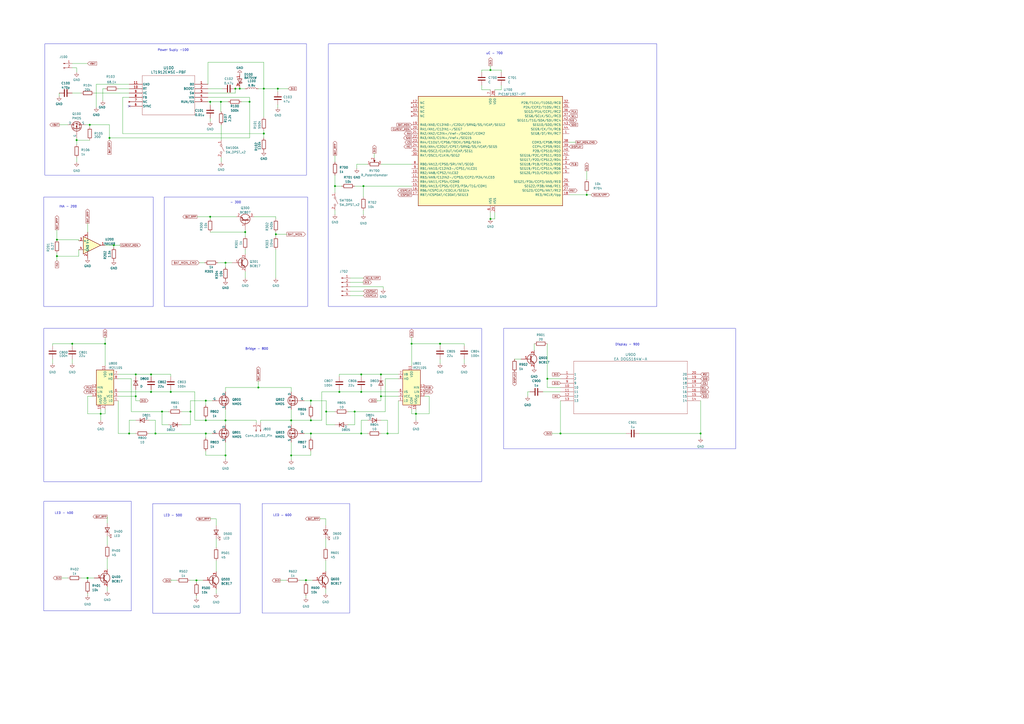
<source format=kicad_sch>
(kicad_sch (version 20230121) (generator eeschema)
  (paper "A2")
  (junction (at 119.38 243.84))
  (junction (at 196.85 227.33))
  (junction (at 130.81 152.4))
  (junction (at 168.91 243.84))
  (junction (at 210.82 107.95))
  (junction (at 58.42 240.03))
  (junction (at 93.98 238.76))
  (junction (at 119.38 232.41))
  (junction (at 66.04 142.24))
  (junction (at 180.34 232.41))
  (junction (at 209.55 217.17))
  (junction (at 284.48 127))
  (junction (at 205.74 238.76))
  (junction (at 128.1371 59.055))
  (junction (at 238.76 199.39))
  (junction (at 149.86 224.79))
  (junction (at 41.91 199.39))
  (junction (at 284.48 40.64))
  (junction (at 224.79 251.46))
  (junction (at 161.1513 51.435))
  (junction (at 220.98 217.17))
  (junction (at 52.07 72.39))
  (junction (at 153.035 77.47))
  (junction (at 241.3 240.03))
  (junction (at 142.24 134.62))
  (junction (at 317.5 219.71))
  (junction (at 78.74 217.17))
  (junction (at 121.92 125.73))
  (junction (at 194.31 107.95))
  (junction (at 325.12 251.46))
  (junction (at 189.23 238.76))
  (junction (at 180.34 251.46))
  (junction (at 110.49 238.76))
  (junction (at 60.96 199.39))
  (junction (at 139.065 51.435))
  (junction (at 78.74 229.87))
  (junction (at 119.38 251.46))
  (junction (at 177.4782 336.55))
  (junction (at 136.525 51.435))
  (junction (at 406.4 251.46))
  (junction (at 113.9562 336.6454))
  (junction (at 168.91 264.16))
  (junction (at 121.92 59.055))
  (junction (at 130.81 243.84))
  (junction (at 153.035 51.435))
  (junction (at 209.55 227.33))
  (junction (at 44.45 81.28))
  (junction (at 180.34 243.84))
  (junction (at 144.7639 59.0391))
  (junction (at 90.17 251.46))
  (junction (at 130.81 264.16))
  (junction (at 50.8 335.28))
  (junction (at 160.02 135.89))
  (junction (at 33.02 139.065))
  (junction (at 340.36 113.03))
  (junction (at 33.02 148.59))
  (junction (at 255.27 199.39))
  (junction (at 63.5 80.01))
  (junction (at 209.55 251.46))
  (junction (at 87.63 217.17))
  (junction (at 74.93 251.46))
  (junction (at 87.63 227.33))
  (junction (at 99.06 227.33))
  (junction (at 220.98 229.87))
  (no_connect (at 74.93 61.595))
  (wire (pts (xy 74.93 251.46) (xy 78.74 251.46)))
  (wire (pts (xy 222.25 166.37) (xy 222.25 167.64)))
  (wire (pts (xy 209.55 217.17) (xy 209.55 218.44)))
  (wire (pts (xy 279.4 40.64) (xy 284.48 40.64)))
  (wire (pts (xy 290.83 40.64) (xy 290.83 41.91)))
  (wire (pts (xy 63.5 80.01) (xy 63.5 81.28)))
  (wire (pts (xy 74.93 56.515) (xy 71.12 56.515)))
  (wire (pts (xy 153.035 36.195) (xy 153.035 51.435)))
  (wire (pts (xy 60.96 195.58) (xy 60.96 199.39)))
  (wire (pts (xy 68.58 227.33) (xy 87.63 227.33)))
  (wire (pts (xy 34.29 72.39) (xy 39.37 72.39)))
  (wire (pts (xy 66.04 142.24) (xy 69.85 142.24)))
  (wire (pts (xy 54.61 53.975) (xy 74.93 53.975)))
  (wire (pts (xy 128.1371 59.055) (xy 128.1371 64.77)))
  (wire (pts (xy 180.34 264.16) (xy 180.34 261.62)))
  (wire (pts (xy 284.48 38.1) (xy 284.48 40.64)))
  (wire (pts (xy 110.49 238.76) (xy 110.49 232.41)))
  (wire (pts (xy 180.34 251.46) (xy 176.53 251.46)))
  (wire (pts (xy 180.34 243.84) (xy 168.91 243.84)))
  (wire (pts (xy 231.14 232.41) (xy 231.14 251.46)))
  (wire (pts (xy 220.98 226.06) (xy 220.98 229.87)))
  (wire (pts (xy 255.27 199.39) (xy 255.27 200.66)))
  (wire (pts (xy 231.14 217.17) (xy 220.98 217.17)))
  (wire (pts (xy 41.91 53.975) (xy 46.99 53.975)))
  (wire (pts (xy 290.83 52.07) (xy 290.83 49.53)))
  (wire (pts (xy 115.57 152.4) (xy 118.745 152.4)))
  (wire (pts (xy 125.3862 304.8954) (xy 125.3862 300.99)))
  (wire (pts (xy 130.81 227.33) (xy 130.81 224.79)))
  (wire (pts (xy 50.8 129.54) (xy 50.8 134.62)))
  (wire (pts (xy 130.81 224.79) (xy 149.86 224.79)))
  (wire (pts (xy 30.48 199.39) (xy 30.48 200.66)))
  (wire (pts (xy 76.2 238.76) (xy 93.98 238.76)))
  (wire (pts (xy 188.9082 312.42) (xy 188.9082 317.5)))
  (wire (pts (xy 255.27 199.39) (xy 269.24 199.39)))
  (wire (pts (xy 68.58 219.71) (xy 76.2 219.71)))
  (wire (pts (xy 205.74 107.95) (xy 210.82 107.95)))
  (wire (pts (xy 231.14 219.71) (xy 223.52 219.71)))
  (wire (pts (xy 284.48 127) (xy 287.02 127)))
  (wire (pts (xy 130.81 243.84) (xy 148.59 243.84)))
  (wire (pts (xy 44.45 81.28) (xy 44.45 83.82)))
  (wire (pts (xy 196.85 217.17) (xy 209.55 217.17)))
  (wire (pts (xy 189.23 246.38) (xy 189.23 238.76)))
  (wire (pts (xy 105.41 246.38) (xy 110.49 246.38)))
  (wire (pts (xy 90.17 251.46) (xy 119.38 251.46)))
  (wire (pts (xy 119.38 251.46) (xy 123.19 251.46)))
  (wire (pts (xy 58.42 237.49) (xy 58.42 240.03)))
  (wire (pts (xy 130.81 243.84) (xy 130.81 246.38)))
  (wire (pts (xy 180.34 232.41) (xy 176.53 232.41)))
  (wire (pts (xy 120.65 56.515) (xy 144.7639 56.515)))
  (wire (pts (xy 363.22 251.46) (xy 325.12 251.46)))
  (wire (pts (xy 63.5 72.39) (xy 63.5 80.01)))
  (wire (pts (xy 279.4 40.64) (xy 279.4 41.91)))
  (wire (pts (xy 161.1937 62.4109) (xy 161.1937 60.755)))
  (wire (pts (xy 139.065 51.435) (xy 142.24 51.435)))
  (wire (pts (xy 136.525 51.435) (xy 136.525 53.975)))
  (wire (pts (xy 62.23 311.15) (xy 62.23 316.23)))
  (wire (pts (xy 46.99 335.28) (xy 50.8 335.28)))
  (wire (pts (xy 224.79 243.84) (xy 224.79 251.46)))
  (wire (pts (xy 60.96 142.24) (xy 66.04 142.24)))
  (wire (pts (xy 50.8 229.87) (xy 50.8 240.03)))
  (wire (pts (xy 99.038 336.6454) (xy 99.038 336.796)))
  (wire (pts (xy 78.74 243.84) (xy 74.93 243.84)))
  (wire (pts (xy 167.2952 51.435) (xy 167.2952 51.4367)))
  (wire (pts (xy 330.2 82.55) (xy 334.01 82.55)))
  (wire (pts (xy 147.32 125.73) (xy 160.02 125.73)))
  (wire (pts (xy 325.12 251.46) (xy 325.12 232.41)))
  (wire (pts (xy 35.56 335.28) (xy 39.37 335.28)))
  (wire (pts (xy 153.035 51.435) (xy 153.035 67.945)))
  (wire (pts (xy 121.92 59.055) (xy 128.1371 59.055)))
  (wire (pts (xy 209.55 251.46) (xy 180.34 251.46)))
  (wire (pts (xy 168.91 243.84) (xy 168.91 246.38)))
  (wire (pts (xy 168.91 237.49) (xy 168.91 243.84)))
  (wire (pts (xy 110.49 238.76) (xy 105.41 238.76)))
  (wire (pts (xy 99.06 218.44) (xy 99.06 217.17)))
  (wire (pts (xy 58.42 240.03) (xy 60.96 240.03)))
  (wire (pts (xy 284.48 40.64) (xy 290.83 40.64)))
  (wire (pts (xy 58.42 240.03) (xy 58.42 243.84)))
  (wire (pts (xy 125.3862 341.7254) (xy 125.3862 344.2654)))
  (wire (pts (xy 314.96 227.33) (xy 325.12 227.33)))
  (wire (pts (xy 119.38 251.46) (xy 119.38 254)))
  (wire (pts (xy 246.38 229.87) (xy 248.92 229.87)))
  (wire (pts (xy 120.65 59.055) (xy 121.92 59.055)))
  (wire (pts (xy 153.035 51.435) (xy 161.1513 51.435)))
  (wire (pts (xy 125.3862 300.99) (xy 121.92 300.99)))
  (wire (pts (xy 60.96 199.39) (xy 60.96 212.09)))
  (wire (pts (xy 238.76 199.39) (xy 255.27 199.39)))
  (wire (pts (xy 209.55 217.17) (xy 220.98 217.17)))
  (wire (pts (xy 76.2 219.71) (xy 76.2 238.76)))
  (wire (pts (xy 74.93 251.46) (xy 68.58 251.46)))
  (wire (pts (xy 113.03 243.84) (xy 119.38 243.84)))
  (wire (pts (xy 209.55 227.33) (xy 231.14 227.33)))
  (wire (pts (xy 33.02 139.065) (xy 45.72 139.065)))
  (wire (pts (xy 130.81 264.16) (xy 130.81 256.54)))
  (wire (pts (xy 121.92 125.73) (xy 121.92 127)))
  (wire (pts (xy 99.06 227.33) (xy 113.03 227.33)))
  (wire (pts (xy 110.1462 336.6454) (xy 113.9562 336.6454)))
  (wire (pts (xy 110.49 232.41) (xy 119.38 232.41)))
  (wire (pts (xy 54.61 335.28) (xy 50.8 335.28)))
  (wire (pts (xy 189.23 238.76) (xy 194.31 238.76)))
  (wire (pts (xy 113.9562 345.5354) (xy 113.9562 346.8054)))
  (wire (pts (xy 177.4782 345.44) (xy 177.4782 346.71)))
  (wire (pts (xy 45.72 148.59) (xy 45.72 144.78)))
  (wire (pts (xy 269.24 199.39) (xy 269.24 200.66)))
  (wire (pts (xy 194.31 246.38) (xy 189.23 246.38)))
  (wire (pts (xy 287.02 52.07) (xy 290.83 52.07)))
  (wire (pts (xy 203.2 171.45) (xy 210.82 171.45)))
  (wire (pts (xy 203.2 168.91) (xy 210.82 168.91)))
  (wire (pts (xy 173.6682 336.55) (xy 177.4782 336.55)))
  (wire (pts (xy 279.4 52.07) (xy 279.4 49.53)))
  (wire (pts (xy 78.74 232.41) (xy 81.28 232.41)))
  (wire (pts (xy 153.035 77.47) (xy 153.035 80.01)))
  (wire (pts (xy 128.1371 64.77) (xy 128.27 64.77)))
  (wire (pts (xy 309.88 199.39) (xy 309.88 203.2)))
  (wire (pts (xy 78.74 229.87) (xy 78.74 232.41)))
  (wire (pts (xy 41.91 36.83) (xy 50.8 36.83)))
  (wire (pts (xy 160.02 135.89) (xy 160.02 137.16)))
  (wire (pts (xy 136.525 51.435) (xy 139.065 51.435)))
  (wire (pts (xy 52.07 72.39) (xy 63.5 72.39)))
  (wire (pts (xy 128.27 72.39) (xy 128.27 81.28)))
  (wire (pts (xy 119.38 264.16) (xy 130.81 264.16)))
  (wire (pts (xy 44.45 91.44) (xy 44.45 93.98)))
  (wire (pts (xy 287.02 123.19) (xy 287.02 127)))
  (wire (pts (xy 120.65 36.195) (xy 153.035 36.195)))
  (wire (pts (xy 168.91 264.16) (xy 168.91 266.7)))
  (wire (pts (xy 307.34 227.33) (xy 306.07 227.33)))
  (wire (pts (xy 241.3 240.03) (xy 241.3 243.84)))
  (wire (pts (xy 284.48 123.19) (xy 284.48 127)))
  (wire (pts (xy 120.65 48.895) (xy 120.65 36.195)))
  (wire (pts (xy 62.23 323.85) (xy 62.23 330.2)))
  (wire (pts (xy 196.85 218.44) (xy 196.85 217.17)))
  (wire (pts (xy 52.07 72.39) (xy 52.07 73.66)))
  (wire (pts (xy 340.36 99.06) (xy 340.36 104.14)))
  (wire (pts (xy 52.07 81.28) (xy 44.45 81.28)))
  (wire (pts (xy 142.24 157.48) (xy 142.24 161.29)))
  (wire (pts (xy 161.1513 51.435) (xy 167.2952 51.435)))
  (wire (pts (xy 87.63 217.17) (xy 87.63 218.44)))
  (wire (pts (xy 68.58 217.17) (xy 78.74 217.17)))
  (wire (pts (xy 44.45 80.01) (xy 44.45 81.28)))
  (wire (pts (xy 33.02 148.59) (xy 45.72 148.59)))
  (wire (pts (xy 125.3862 325.2154) (xy 125.3862 331.5654)))
  (wire (pts (xy 30.48 208.28) (xy 30.48 210.82)))
  (wire (pts (xy 209.55 243.84) (xy 209.55 251.46)))
  (wire (pts (xy 201.93 246.38) (xy 205.74 246.38)))
  (wire (pts (xy 149.86 224.79) (xy 168.91 224.79)))
  (wire (pts (xy 238.76 240.03) (xy 241.3 240.03)))
  (wire (pts (xy 144.78 59.0391) (xy 144.78 80.01)))
  (wire (pts (xy 71.12 56.515) (xy 71.12 77.47)))
  (wire (pts (xy 317.5 219.71) (xy 325.12 219.71)))
  (wire (pts (xy 149.86 220.98) (xy 149.86 224.79)))
  (wire (pts (xy 99.06 217.17) (xy 87.63 217.17)))
  (wire (pts (xy 121.92 68.58) (xy 121.92 70.485)))
  (wire (pts (xy 238.76 195.58) (xy 238.76 199.39)))
  (wire (pts (xy 186.69 243.84) (xy 180.34 243.84)))
  (wire (pts (xy 168.91 264.16) (xy 168.91 256.54)))
  (wire (pts (xy 59.69 58.42) (xy 59.69 51.435)))
  (wire (pts (xy 125.3862 312.5154) (xy 125.3862 317.5954)))
  (wire (pts (xy 97.79 246.38) (xy 93.98 246.38)))
  (wire (pts (xy 189.23 238.76) (xy 189.23 232.41)))
  (wire (pts (xy 248.92 229.87) (xy 248.92 240.03)))
  (wire (pts (xy 269.24 208.28) (xy 269.24 210.82)))
  (wire (pts (xy 180.34 251.46) (xy 180.34 254)))
  (wire (pts (xy 220.98 95.25) (xy 238.76 95.25)))
  (wire (pts (xy 60.96 199.39) (xy 41.91 199.39)))
  (wire (pts (xy 110.49 246.38) (xy 110.49 238.76)))
  (wire (pts (xy 90.17 243.84) (xy 90.17 251.46)))
  (wire (pts (xy 406.4 251.46) (xy 406.4 232.41)))
  (wire (pts (xy 93.98 246.38) (xy 93.98 238.76)))
  (wire (pts (xy 78.74 217.17) (xy 78.74 218.44)))
  (wire (pts (xy 119.38 232.41) (xy 123.19 232.41)))
  (wire (pts (xy 213.36 95.25) (xy 207.01 95.25)))
  (wire (pts (xy 209.55 226.06) (xy 209.55 227.33)))
  (wire (pts (xy 241.3 240.03) (xy 248.92 240.03)))
  (wire (pts (xy 189.23 232.41) (xy 180.34 232.41)))
  (wire (pts (xy 33.02 146.685) (xy 33.02 148.59)))
  (wire (pts (xy 93.98 238.76) (xy 97.79 238.76)))
  (wire (pts (xy 203.2 161.29) (xy 210.82 161.29)))
  (wire (pts (xy 210.82 121.92) (xy 210.82 124.46)))
  (wire (pts (xy 117.7662 336.6454) (xy 113.9562 336.6454)))
  (wire (pts (xy 317.5 199.39) (xy 317.5 219.71)))
  (wire (pts (xy 44.45 39.37) (xy 44.45 41.91)))
  (wire (pts (xy 320.04 251.46) (xy 325.12 251.46)))
  (wire (pts (xy 220.98 243.84) (xy 224.79 243.84)))
  (wire (pts (xy 63.5 80.01) (xy 144.78 80.01)))
  (wire (pts (xy 30.48 199.39) (xy 41.91 199.39)))
  (wire (pts (xy 139.9896 59.0391) (xy 139.9896 59.0345)))
  (wire (pts (xy 223.52 219.71) (xy 223.52 238.76)))
  (wire (pts (xy 161.1513 51.435) (xy 161.1513 53.135)))
  (wire (pts (xy 121.92 134.62) (xy 142.24 134.62)))
  (wire (pts (xy 151.13 245.11) (xy 151.13 243.84)))
  (wire (pts (xy 162.56 336.55) (xy 162.56 336.7006)))
  (wire (pts (xy 128.1371 59.055) (xy 132.3696 59.055)))
  (wire (pts (xy 126.365 152.4) (xy 130.81 152.4)))
  (wire (pts (xy 60.96 240.03) (xy 60.96 237.49)))
  (wire (pts (xy 168.91 224.79) (xy 168.91 227.33)))
  (wire (pts (xy 34.29 55.88) (xy 34.29 53.975)))
  (wire (pts (xy 74.93 243.84) (xy 74.93 251.46)))
  (wire (pts (xy 153.035 51.435) (xy 149.86 51.435)))
  (wire (pts (xy 210.82 107.95) (xy 210.82 114.3)))
  (wire (pts (xy 238.76 199.39) (xy 238.76 212.09)))
  (wire (pts (xy 224.79 251.46) (xy 231.14 251.46)))
  (wire (pts (xy 223.52 238.76) (xy 205.74 238.76)))
  (wire (pts (xy 217.17 88.9) (xy 217.17 91.44)))
  (wire (pts (xy 186.69 227.33) (xy 186.69 243.84)))
  (wire (pts (xy 99.06 226.06) (xy 99.06 227.33)))
  (wire (pts (xy 68.58 229.87) (xy 78.74 229.87)))
  (wire (pts (xy 330.2 113.03) (xy 340.36 113.03)))
  (wire (pts (xy 78.74 217.17) (xy 87.63 217.17)))
  (wire (pts (xy 139.065 51.435) (xy 139.065 50.8)))
  (wire (pts (xy 210.82 107.95) (xy 238.76 107.95)))
  (wire (pts (xy 207.01 95.25) (xy 207.01 97.79)))
  (wire (pts (xy 102.5262 336.6454) (xy 99.038 336.6454)))
  (wire (pts (xy 62.23 303.53) (xy 62.23 299.72)))
  (wire (pts (xy 142.24 144.78) (xy 142.24 147.32)))
  (wire (pts (xy 66.04 142.24) (xy 66.04 143.51)))
  (wire (pts (xy 33.02 148.59) (xy 33.02 151.13)))
  (wire (pts (xy 205.74 238.76) (xy 201.93 238.76)))
  (wire (pts (xy 209.55 251.46) (xy 213.36 251.46)))
  (wire (pts (xy 340.36 111.76) (xy 340.36 113.03)))
  (wire (pts (xy 142.24 133.35) (xy 142.24 134.62)))
  (wire (pts (xy 196.85 226.06) (xy 196.85 227.33)))
  (wire (pts (xy 55.88 62.23) (xy 55.88 48.895)))
  (wire (pts (xy 231.14 229.87) (xy 220.98 229.87)))
  (wire (pts (xy 41.91 199.39) (xy 41.91 200.66)))
  (wire (pts (xy 188.9082 300.8946) (xy 185.442 300.8946)))
  (wire (pts (xy 119.38 232.41) (xy 119.38 234.95)))
  (wire (pts (xy 194.31 107.95) (xy 194.31 111.76)))
  (wire (pts (xy 86.36 243.84) (xy 90.17 243.84)))
  (wire (pts (xy 50.8 240.03) (xy 58.42 240.03)))
  (wire (pts (xy 130.81 152.4) (xy 134.62 152.4)))
  (wire (pts (xy 53.34 229.87) (xy 50.8 229.87)))
  (wire (pts (xy 33.02 133.35) (xy 33.02 139.065)))
  (wire (pts (xy 370.84 251.46) (xy 406.4 251.46)))
  (wire (pts (xy 203.2 163.83) (xy 210.82 163.83)))
  (wire (pts (xy 120.65 51.435) (xy 128.905 51.435)))
  (wire (pts (xy 120.65 53.975) (xy 136.525 53.975)))
  (wire (pts (xy 220.98 229.87) (xy 220.98 232.41)))
  (wire (pts (xy 113.9562 336.6454) (xy 113.9562 337.9154)))
  (wire (pts (xy 142.24 134.62) (xy 142.24 137.16)))
  (wire (pts (xy 194.31 90.17) (xy 194.31 93.98)))
  (wire (pts (xy 180.34 243.84) (xy 180.34 242.57)))
  (wire (pts (xy 151.13 243.84) (xy 168.91 243.84)))
  (wire (pts (xy 113.03 227.33) (xy 113.03 243.84)))
  (wire (pts (xy 132.3696 59.055) (xy 132.3696 59.0345)))
  (wire (pts (xy 121.92 59.055) (xy 121.92 60.96)))
  (wire (pts (xy 241.3 237.49) (xy 241.3 240.03)))
  (wire (pts (xy 220.98 232.41) (xy 218.44 232.41)))
  (wire (pts (xy 188.9082 325.12) (xy 188.9082 331.47)))
  (wire (pts (xy 59.69 51.435) (xy 60.96 51.435)))
  (wire (pts (xy 406.4 251.46) (xy 406.4 254)))
  (wire (pts (xy 298.45 208.28) (xy 302.26 208.28)))
  (wire (pts (xy 50.8 344.17) (xy 50.8 345.44)))
  (wire (pts (xy 306.07 227.33) (xy 306.07 229.87)))
  (wire (pts (xy 153.035 75.565) (xy 153.035 77.47)))
  (wire (pts (xy 325.12 224.79) (xy 317.5 224.79)))
  (wire (pts (xy 284.48 52.07) (xy 279.4 52.07)))
  (wire (pts (xy 220.98 217.17) (xy 220.98 218.44)))
  (wire (pts (xy 130.81 152.4) (xy 130.81 154.94)))
  (wire (pts (xy 144.78 59.0391) (xy 144.7639 59.0391)))
  (wire (pts (xy 160.02 135.89) (xy 166.37 135.89)))
  (wire (pts (xy 160.02 125.73) (xy 160.02 127)))
  (wire (pts (xy 317.5 224.79) (xy 317.5 219.71)))
  (wire (pts (xy 78.74 226.06) (xy 78.74 229.87)))
  (wire (pts (xy 188.9082 304.8) (xy 188.9082 300.8946)))
  (wire (pts (xy 180.34 232.41) (xy 180.34 234.95)))
  (wire (pts (xy 130.81 237.49) (xy 130.81 243.84)))
  (wire (pts (xy 119.38 264.16) (xy 119.38 261.62)))
  (wire (pts (xy 181.2882 336.55) (xy 177.4782 336.55)))
  (wire (pts (xy 50.8 335.28) (xy 50.8 336.55)))
  (wire (pts (xy 213.36 243.84) (xy 209.55 243.84)))
  (wire (pts (xy 114.3 125.73) (xy 121.92 125.73)))
  (wire (pts (xy 340.36 113.03) (xy 342.9 113.03)))
  (wire (pts (xy 224.79 251.46) (xy 220.98 251.46)))
  (wire (pts (xy 41.91 208.28) (xy 41.91 210.82)))
  (wire (pts (xy 90.17 251.46) (xy 86.36 251.46)))
  (wire (pts (xy 130.81 264.16) (xy 130.81 266.7)))
  (wire (pts (xy 194.31 121.92) (xy 194.31 124.46)))
  (wire (pts (xy 55.88 48.895) (xy 74.93 48.895)))
  (wire (pts (xy 203.2 166.37) (xy 222.25 166.37)))
  (wire (pts (xy 196.85 227.33) (xy 186.69 227.33)))
  (wire (pts (xy 148.59 245.11) (xy 148.59 243.84)))
  (wire (pts (xy 99.06 227.33) (xy 87.63 227.33)))
  (wire (pts (xy 194.31 107.95) (xy 194.31 101.6)))
  (wire (pts (xy 188.9082 341.63) (xy 188.9082 344.17)))
  (wire (pts (xy 87.63 226.06) (xy 87.63 227.33)))
  (wire (pts (xy 160.02 134.62) (xy 160.02 135.89)))
  (wire (pts (xy 238.76 240.03) (xy 238.76 237.49)))
  (wire (pts (xy 71.12 77.47) (xy 153.035 77.47)))
  (wire (pts (xy 45.72 139.065) (xy 45.72 139.7)))
  (wire (pts (xy 119.38 243.84) (xy 130.81 243.84)))
  (wire (pts (xy 196.85 227.33) (xy 209.55 227.33)))
  (wire (pts (xy 68.58 51.435) (xy 74.93 51.435)))
  (wire (pts (xy 49.53 72.39) (xy 52.07 72.39)))
  (wire (pts (xy 166.0482 336.55) (xy 162.56 336.55)))
  (wire (pts (xy 137.16 125.73) (xy 121.92 125.73)))
  (wire (pts (xy 255.27 208.28) (xy 255.27 210.82)))
  (wire (pts (xy 177.4782 336.55) (xy 177.4782 337.82)))
  (wire (pts (xy 205.74 246.38) (xy 205.74 238.76)))
  (wire (pts (xy 68.58 232.41) (xy 68.58 251.46)))
  (wire (pts (xy 144.7639 56.515) (xy 144.7639 59.0391)))
  (wire (pts (xy 62.23 340.36) (xy 62.23 342.9)))
  (wire (pts (xy 160.02 161.29) (xy 160.02 144.78)))
  (wire (pts (xy 161.1937 60.755) (xy 161.1513 60.755)))
  (wire (pts (xy 144.7639 59.0391) (xy 139.9896 59.0391)))
  (wire (pts (xy 198.12 107.95) (xy 194.31 107.95)))
  (wire (pts (xy 119.38 243.84) (xy 119.38 242.57)))
  (wire (pts (xy 180.34 264.16) (xy 168.91 264.16)))
  (wire (pts (xy 41.91 39.37) (xy 44.45 39.37)))
  (wire (pts (xy 128.27 91.44) (xy 128.27 93.98)))
  (rectangle (start 88.5562 292.1954) (end 139.3562 355.6954))
  (rectangle (start 152.0782 292.1) (end 202.8782 355.6))
  (rectangle (start 292.1 190.5) (end 426.72 260.35))
  (rectangle (start 25.4 190.5) (end 279.4 279.4))
  (rectangle (start 25.4 290.83) (end 76.2 354.33))
  (rectangle (start 190.5 25.4) (end 381 177.8))
  (rectangle (start 25.4 114.3) (end 88.9 177.8))
  (rectangle (start 26.035 25.4) (end 177.8 101.6))
  (rectangle (start 95.25 114.3) (end 178.435 177.8))
  (text "Bridge - 800" (at 142.24 203.2 0) (effects (font (size 1.27 1.27)) (justify left bottom)))
  (text "LED - 600\n" (at 158.4282 299.72 0) (effects (font (size 1.27 1.27)) (justify left bottom)))
  (text " - 300\n" (at 132.5347 118.2316 0) (effects (font (size 1.27 1.27)) (justify left bottom)))
  (text "Power Suply -100" (at 91.44 29.845 0) (effects (font (size 1.27 1.27)) (justify left bottom)))
  (text "INA - 200\n" (at 34.29 120.65 0) (effects (font (size 1.27 1.27)) (justify left bottom)))
  (text "Display - 900\n" (at 356.87 200.66 0) (effects (font (size 1.27 1.27)) (justify left bottom)))
  (text "LED - 400\n" (at 31.75 298.45 0) (effects (font (size 1.27 1.27)) (justify left bottom)))
  (text "uC - 700" (at 281.94 31.75 0) (effects (font (size 1.27 1.27)) (justify left bottom)))
  (text "LED - 500\n" (at 94.9062 299.8154 0) (effects (font (size 1.27 1.27)) (justify left bottom)))
  (global_label "SID" (shape input) (at 406.4 229.87 0) (effects (font (size 1 1))) (property "Intersheetrefs" "${INTERSHEET_REFS}" (effects hide)))
  (global_label "3V3" (shape output) (at 284.48 38.1 90) (effects (font (size 1 1))) (property "Intersheetrefs" "${INTERSHEET_REFS}" (effects hide)))
  (global_label "DISPLAY" (shape input) (at 330.2 85.09 0) (effects (font (size 1 1))) (property "Intersheetrefs" "${INTERSHEET_REFS}" (effects hide)))
  (global_label "BAT_RPP" (shape output) (at 121.92 300.99 180) (effects (font (size 1 1))) (property "Intersheetrefs" "${INTERSHEET_REFS}" (effects hide)))
  (global_label "BAT_RPP" (shape output) (at 194.31 90.17 90) (effects (font (size 1 1))) (property "Intersheetrefs" "${INTERSHEET_REFS}" (effects hide)))
  (global_label "DISPLAY" (shape output) (at 298.45 215.9 270) (effects (font (size 1 1))) (property "Intersheetrefs" "${INTERSHEET_REFS}" (effects hide)))
  (global_label "3V3" (shape output) (at 218.44 232.41 180) (effects (font (size 1 1))) (property "Intersheetrefs" "${INTERSHEET_REFS}" (effects hide)))
  (global_label "MCLR{slash}VPP" (shape input) (at 210.82 161.29 0) (effects (font (size 1 1))) (property "Intersheetrefs" "${INTERSHEET_REFS}" (effects hide)))
  (global_label "3V3" (shape input) (at 167.2952 51.4367 0) (effects (font (size 1 1))) (property "Intersheetrefs" "${INTERSHEET_REFS}" (effects hide)))
  (global_label "IM1" (shape output) (at 238.76 85.09 180) (effects (font (size 1 1))) (property "Intersheetrefs" "${INTERSHEET_REFS}" (effects hide)))
  (global_label "BAT_RPP" (shape output) (at 62.23 299.72 180) (effects (font (size 1 1))) (property "Intersheetrefs" "${INTERSHEET_REFS}" (effects hide)))
  (global_label "SCL" (shape input) (at 330.2 67.31 0) (effects (font (size 1 1))) (property "Intersheetrefs" "${INTERSHEET_REFS}" (effects hide)))
  (global_label "3V3" (shape input) (at 325.12 222.25 180) (effects (font (size 1 1))) (property "Intersheetrefs" "${INTERSHEET_REFS}" (effects hide)))
  (global_label "3V3" (shape output) (at 162.56 336.7006 180) (effects (font (size 1 1))) (property "Intersheetrefs" "${INTERSHEET_REFS}" (effects hide)))
  (global_label "CS" (shape output) (at 238.76 82.55 180) (effects (font (size 1 1))) (property "Intersheetrefs" "${INTERSHEET_REFS}" (effects hide)))
  (global_label "RST" (shape input) (at 406.4 217.17 0) (effects (font (size 1 1))) (property "Intersheetrefs" "${INTERSHEET_REFS}" (effects hide)))
  (global_label "3V3" (shape output) (at 60.96 195.58 90) (effects (font (size 1 1))) (property "Intersheetrefs" "${INTERSHEET_REFS}" (effects hide)))
  (global_label "VBAT" (shape output) (at 34.29 72.39 180) (effects (font (size 1 1))) (property "Intersheetrefs" "${INTERSHEET_REFS}" (effects hide)))
  (global_label "BAT_RPP" (shape output) (at 50.8 129.54 90) (effects (font (size 1 1))) (property "Intersheetrefs" "${INTERSHEET_REFS}" (effects hide)))
  (global_label "BAT_RPP" (shape output) (at 185.442 300.8946 180) (effects (font (size 1 1))) (property "Intersheetrefs" "${INTERSHEET_REFS}" (effects hide)))
  (global_label "BAT_MON" (shape output) (at 166.37 135.89 0) (property "Intersheetrefs" "${INTERSHEET_REFS}" (effects hide)))
  (global_label "3V3" (shape output) (at 238.76 195.58 90) (effects (font (size 1 1))) (property "Intersheetrefs" "${INTERSHEET_REFS}" (effects hide)))
  (global_label "BAT_RPP" (shape output) (at 33.02 133.35 90) (effects (font (size 1 1))) (property "Intersheetrefs" "${INTERSHEET_REFS}" (effects hide)))
  (global_label "3V3" (shape output) (at 81.28 232.41 0) (effects (font (size 1 1))) (property "Intersheetrefs" "${INTERSHEET_REFS}" (effects hide)))
  (global_label "CS" (shape input) (at 406.4 222.25 0) (effects (font (size 1 1))) (property "Intersheetrefs" "${INTERSHEET_REFS}" (effects hide)))
  (global_label "IM1" (shape input) (at 325.12 229.87 180) (effects (font (size 1 1))) (property "Intersheetrefs" "${INTERSHEET_REFS}" (effects hide)))
  (global_label "SCL" (shape output) (at 406.4 224.79 0) (effects (font (size 1 1))) (property "Intersheetrefs" "${INTERSHEET_REFS}" (effects hide)))
  (global_label "INA" (shape input) (at 33.02 151.13 270) (effects (font (size 1 1))) (property "Intersheetrefs" "${INTERSHEET_REFS}" (effects hide)))
  (global_label "P1A" (shape output) (at 53.34 224.79 180) (effects (font (size 1 1))) (property "Intersheetrefs" "${INTERSHEET_REFS}" (effects hide)))
  (global_label "3V3" (shape output) (at 210.82 163.83 0) (effects (font (size 1 1))) (property "Intersheetrefs" "${INTERSHEET_REFS}" (effects hide)))
  (global_label "ICSPDAT" (shape input) (at 210.82 168.91 0) (effects (font (size 1 1))) (property "Intersheetrefs" "${INTERSHEET_REFS}" (effects hide)))
  (global_label "P1B" (shape output) (at 246.38 224.79 0) (effects (font (size 1 1))) (property "Intersheetrefs" "${INTERSHEET_REFS}" (effects hide)))
  (global_label "3V3" (shape output) (at 99.038 336.796 180) (effects (font (size 1 1))) (property "Intersheetrefs" "${INTERSHEET_REFS}" (effects hide)))
  (global_label "MCLR{slash}VPP" (shape bidirectional) (at 342.9 113.03 0) (effects (font (size 1 1))) (property "Intersheetrefs" "${INTERSHEET_REFS}" (effects hide)))
  (global_label "ICSPCLK" (shape input) (at 210.82 171.45 0) (effects (font (size 1 1))) (property "Intersheetrefs" "${INTERSHEET_REFS}" (effects hide)))
  (global_label "3V3" (shape output) (at 320.04 251.46 180) (effects (font (size 1 1))) (property "Intersheetrefs" "${INTERSHEET_REFS}" (effects hide)))
  (global_label "BAT_RPP" (shape output) (at 114.3 125.73 180) (effects (font (size 1 1))) (property "Intersheetrefs" "${INTERSHEET_REFS}" (effects hide)))
  (global_label "P1B" (shape input) (at 330.2 95.25 0) (effects (font (size 1 1))) (property "Intersheetrefs" "${INTERSHEET_REFS}" (effects hide)))
  (global_label "SDO" (shape output) (at 406.4 227.33 0) (effects (font (size 1 1))) (property "Intersheetrefs" "${INTERSHEET_REFS}" (effects hide)))
  (global_label "3V3" (shape output) (at 217.17 88.9 90) (effects (font (size 1 1))) (property "Intersheetrefs" "${INTERSHEET_REFS}" (effects hide)))
  (global_label "ICSPDAT" (shape output) (at 238.76 113.03 180) (effects (font (size 1 1))) (property "Intersheetrefs" "${INTERSHEET_REFS}" (effects hide)))
  (global_label "3V3" (shape output) (at 35.56 335.28 180) (effects (font (size 1 1))) (property "Intersheetrefs" "${INTERSHEET_REFS}" (effects hide)))
  (global_label "INA" (shape output) (at 238.76 77.47 180) (effects (font (size 1 1))) (property "Intersheetrefs" "${INTERSHEET_REFS}" (effects hide)))
  (global_label "3V3" (shape input) (at 325.12 217.17 180) (effects (font (size 1 1))) (property "Intersheetrefs" "${INTERSHEET_REFS}" (effects hide)))
  (global_label "3V3" (shape output) (at 340.36 99.06 90) (effects (font (size 1 1))) (property "Intersheetrefs" "${INTERSHEET_REFS}" (effects hide)))
  (global_label "CURENT_MON" (shape output) (at 69.85 142.24 0) (effects (font (size 1 1))) (property "Intersheetrefs" "${INTERSHEET_REFS}" (effects hide)))
  (global_label "BAT_RPP" (shape input) (at 63.5 81.28 270) (effects (font (size 1 1))) (property "Intersheetrefs" "${INTERSHEET_REFS}" (effects hide)))
  (global_label "P1A" (shape output) (at 246.38 227.33 0) (effects (font (size 1 1))) (property "Intersheetrefs" "${INTERSHEET_REFS}" (effects hide)))
  (global_label "BAT_MON_CMD" (shape output) (at 334.01 82.55 0) (effects (font (size 1 1))) (property "Intersheetrefs" "${INTERSHEET_REFS}" (effects hide)))
  (global_label "SDO" (shape input) (at 330.2 72.39 0) (effects (font (size 1 1))) (property "Intersheetrefs" "${INTERSHEET_REFS}" (effects hide)))
  (global_label "RST" (shape output) (at 330.2 110.49 0) (effects (font (size 1 1))) (property "Intersheetrefs" "${INTERSHEET_REFS}" (effects hide)))
  (global_label "ICSPCLK" (shape output) (at 238.76 110.49 180) (effects (font (size 1 1))) (property "Intersheetrefs" "${INTERSHEET_REFS}" (effects hide)))
  (global_label "SA0" (shape output) (at 238.76 80.01 180) (effects (font (size 1 1))) (property "Intersheetrefs" "${INTERSHEET_REFS}" (effects hide)))
  (global_label "P1A" (shape input) (at 330.2 64.77 0) (effects (font (size 1 1))) (property "Intersheetrefs" "${INTERSHEET_REFS}" (effects hide)))
  (global_label "BAT_RPP" (shape output) (at 149.86 220.98 90) (effects (font (size 1 1))) (property "Intersheetrefs" "${INTERSHEET_REFS}" (effects hide)))
  (global_label "BAT_MON_CMD" (shape input) (at 115.57 152.4 180) (property "Intersheetrefs" "${INTERSHEET_REFS}" (effects hide)))
  (global_label "SID" (shape output) (at 330.2 69.85 0) (effects (font (size 1 1))) (property "Intersheetrefs" "${INTERSHEET_REFS}" (effects hide)))
  (global_label "CURENT_MON" (shape input) (at 238.76 74.93 180) (effects (font (size 1 1))) (property "Intersheetrefs" "${INTERSHEET_REFS}" (effects hide)))
  (global_label "VBAT" (shape input) (at 50.8 36.83 0) (effects (font (size 1 1))) (property "Intersheetrefs" "${INTERSHEET_REFS}" (effects hide)))
  (global_label "SA0" (shape input) (at 406.4 219.71 0) (effects (font (size 1 1))) (property "Intersheetrefs" "${INTERSHEET_REFS}" (effects hide)))
  (global_label "BAT_MON" (shape input) (at 238.76 72.39 180) (effects (font (size 1 1))) (property "Intersheetrefs" "${INTERSHEET_REFS}" (effects hide)))
  (global_label "P1B" (shape output) (at 53.34 227.33 180) (effects (font (size 1 1))) (property "Intersheetrefs" "${INTERSHEET_REFS}" (effects hide)))
  (symbol (lib_id "Device:R") (at 119.38 257.81 180) (unit 1)
    (property "Reference" "R803" (at 121.92 256.54 0) (effects (justify right)))
    (property "Value" "1k" (at 121.92 259.08 0) (effects (justify right)))
    (property "Footprint" "Resistor_SMD:R_0805_2012Metric" (effects hide))
  )
  (symbol (lib_id "power:GND") (at 194.31 124.46 0) (mirror y) (unit 1)
    (property "Reference" "#PWR016" (effects hide))
    (property "Value" "GND" (at 194.31 128.905 0))
  )
  (symbol (lib_id "Device:R") (at 177.4782 341.63 0) (unit 1)
    (property "Reference" "R600" (at 180.34 340.995 0) (effects (justify left)))
    (property "Value" "10k" (at 180.34 343.535 0) (effects (justify left)))
    (property "Footprint" "Resistor_SMD:R_0805_2012Metric" (effects hide))
  )
  (symbol (lib_id "Device:R") (at 153.035 71.755 0) (mirror x) (unit 1)
    (property "Reference" "R101" (at 147.955 72.39 90))
    (property "Value" "550k" (at 150.495 72.39 90))
    (property "Footprint" "Resistor_SMD:R_0805_2012Metric" (effects hide))
  )
  (symbol (lib_id "Device:R") (at 201.93 107.95 90) (unit 1)
    (property "Reference" "R701" (at 201.93 102.87 90))
    (property "Value" "10k" (at 201.93 105.41 90))
    (property "Footprint" "Resistor_SMD:R_0805_2012Metric" (effects hide))
  )
  (symbol (lib_id "Device:R") (at 122.555 152.4 270) (mirror x) (unit 1)
    (property "Reference" "R305" (at 121.285 157.48 90))
    (property "Value" "1k" (at 122.555 154.94 90))
    (property "Footprint" "Resistor_SMD:R_0805_2012Metric" (effects hide))
  )
  (symbol (lib_id "Device:R") (at 125.3862 321.4054 0) (unit 1)
    (property "Reference" "R501" (at 128.27 320.7704 0) (effects (justify left)))
    (property "Value" "45" (at 128.27 323.3104 0) (effects (justify left)))
    (property "Footprint" "Resistor_SMD:R_0805_2012Metric" (effects hide))
  )
  (symbol (lib_id "power:GND") (at 125.3862 344.2654 0) (unit 1)
    (property "Reference" "#PWR033" (effects hide))
    (property "Value" "GND" (at 125.3862 349.3454 0))
  )
  (symbol (lib_id "Device:R") (at 188.9082 321.31 0) (unit 1)
    (property "Reference" "R601" (at 191.77 320.675 0) (effects (justify left)))
    (property "Value" "45" (at 191.77 323.215 0) (effects (justify left)))
    (property "Footprint" "Resistor_SMD:R_0805_2012Metric" (effects hide))
  )
  (symbol (lib_id "Switch:SW_DPST_x2") (at 194.31 116.84 270) (unit 1)
    (property "Reference" "SW700" (at 196.85 116.205 90) (effects (justify left)))
    (property "Value" "SW_DPST_x2" (at 196.85 118.745 90) (effects (justify left)))
    (property "Footprint" "Button_Switch_THT:SW_DIP_SPSTx01_Slide_6.7x4.1mm_W7.62mm_P2.54mm_LowProfile" (effects hide))
  )
  (symbol (lib_id "Device:R") (at 194.31 97.79 0) (unit 1)
    (property "Reference" "R700" (at 196.85 97.155 0) (effects (justify left)))
    (property "Value" "1k" (at 196.85 99.695 0) (effects (justify left)))
    (property "Footprint" "Resistor_SMD:R_0805_2012Metric" (effects hide))
  )
  (symbol (lib_id "power:GND") (at 130.81 266.7 0) (unit 1)
    (property "Reference" "#PWR027" (effects hide))
    (property "Value" "GND" (at 130.81 271.78 0))
  )
  (symbol (lib_id "Device:R") (at 66.04 147.32 0) (mirror x) (unit 1)
    (property "Reference" "R202" (at 60.96 147.955 90))
    (property "Value" "1.5k" (at 63.5 147.32 90))
    (property "Footprint" "Resistor_SMD:R_0805_2012Metric" (effects hide))
  )
  (symbol (lib_id "Driver_FET:IR2110S") (at 60.96 224.79 0) (unit 1)
    (property "Reference" "U800" (at 62.9159 210.82 0) (effects (justify left)))
    (property "Value" "IR2110S" (at 62.9159 213.36 0) (effects (justify left)))
    (property "Footprint" "Package_SO:SOIC-16W_7.5x10.3mm_P1.27mm" (effects hide))
    (property "Datasheet" "https://www.infineon.com/dgdl/ir2110.pdf?fileId=5546d462533600a4015355c80333167e" (effects hide))
  )
  (symbol (lib_id "power:GND") (at 406.4 254 0) (unit 1)
    (property "Reference" "#PWR035" (effects hide))
    (property "Value" "GND" (at 406.4 259.08 0))
  )
  (symbol (lib_id "Device:R") (at 106.3362 336.6454 90) (unit 1)
    (property "Reference" "R502" (at 106.3362 331.47 90))
    (property "Value" "1k" (at 106.3362 334.01 90))
    (property "Footprint" "Resistor_SMD:R_0805_2012Metric" (effects hide))
  )
  (symbol (lib_id "power:GND") (at 177.4782 346.71 0) (unit 1)
    (property "Reference" "#PWR025" (effects hide))
    (property "Value" "GND" (at 177.4782 351.79 0))
  )
  (symbol (lib_id "Transistor_BJT:BC817") (at 59.69 335.28 0) (unit 1)
    (property "Reference" "Q400" (at 64.77 334.645 0) (effects (justify left)))
    (property "Value" "BC817" (at 64.77 337.185 0) (effects (justify left)))
    (property "Footprint" "Package_TO_SOT_SMD:SOT-23" (effects hide))
    (property "Datasheet" "https://www.onsemi.com/pub/Collateral/BC818-D.pdf" (effects hide))
  )
  (symbol (lib_id "power:GND") (at 121.92 70.485 0) (mirror y) (unit 1)
    (property "Reference" "#PWR01" (effects hide))
    (property "Value" "GND" (at 121.92 74.93 0))
  )
  (symbol (lib_id "Amplifier_Current:INA169") (at 53.34 142.24 0) (unit 1)
    (property "Reference" "U200" (at 63.5 138.8111 0))
    (property "Value" "INA169" (at 63.5 141.3511 0))
    (property "Footprint" "Package_TO_SOT_SMD:SOT-23-5" (effects hide))
    (property "Datasheet" "http://www.ti.com/lit/ds/symlink/ina169.pdf" (effects hide))
  )
  (symbol (lib_id "Device:C") (at 367.03 251.46 90) (unit 1)
    (property "Reference" "C901" (at 367.03 245.11 90))
    (property "Value" "1u" (at 367.03 247.65 90))
    (property "Footprint" "Capacitor_SMD:C_0805_2012Metric" (effects hide))
  )
  (symbol (lib_id "power:GND") (at 306.07 229.87 0) (unit 1)
    (property "Reference" "#PWR036" (effects hide))
    (property "Value" "GND" (at 306.07 234.95 0))
  )
  (symbol (lib_id "Device:D") (at 78.74 222.25 270) (unit 1)
    (property "Reference" "D800" (at 81.28 219.71 90) (effects (justify left)))
    (property "Value" "D" (at 81.28 224.155 90) (effects (justify left)))
    (property "Footprint" "Diode_SMD:D_0805_2012Metric" (effects hide))
    (property "Sim.Device" "D" (effects hide))
    (property "Sim.Pins" "1=K 2=A" (effects hide))
  )
  (symbol (lib_id "Device:R") (at 43.18 335.28 90) (unit 1)
    (property "Reference" "R402" (at 43.18 330.2 90))
    (property "Value" "1k" (at 43.18 332.74 90))
    (property "Footprint" "Resistor_SMD:R_0805_2012Metric" (effects hide))
  )
  (symbol (lib_id "Switch:SW_DPST_x2") (at 128.27 86.36 270) (unit 1)
    (property "Reference" "SW100" (at 130.81 85.725 90) (effects (justify left)))
    (property "Value" "SW_DPST_x2" (at 130.81 88.265 90) (effects (justify left)))
    (property "Footprint" "Button_Switch_THT:SW_DIP_SPSTx01_Slide_6.7x4.1mm_W7.62mm_P2.54mm_LowProfile" (effects hide))
  )
  (symbol (lib_id "power:GND") (at 128.27 93.98 0) (mirror y) (unit 1)
    (property "Reference" "#PWR08" (effects hide))
    (property "Value" "GND" (at 128.27 98.425 0))
  )
  (symbol (lib_id "Transistor_BJT:BC817") (at 122.8462 336.6454 0) (unit 1)
    (property "Reference" "Q500" (at 128.27 336.0104 0) (effects (justify left)))
    (property "Value" "BC817" (at 128.27 338.5504 0) (effects (justify left)))
    (property "Footprint" "Package_TO_SOT_SMD:SOT-23" (effects hide))
    (property "Datasheet" "https://www.onsemi.com/pub/Collateral/BC818-D.pdf" (effects hide))
  )
  (symbol (lib_id "power:GND") (at 30.48 210.82 0) (unit 1)
    (property "Reference" "#PWR023" (effects hide))
    (property "Value" "GND" (at 30.48 215.9 0))
  )
  (symbol (lib_id "Device:LED") (at 188.9082 308.61 90) (unit 1)
    (property "Reference" "D600" (at 193.04 309.5625 90) (effects (justify right)))
    (property "Value" "LED" (at 193.04 312.1025 90) (effects (justify right)))
    (property "Footprint" "LED_SMD:LED_0805_2012Metric" (effects hide))
  )
  (symbol (lib_id "Device:C") (at 279.4 45.72 0) (unit 1)
    (property "Reference" "C700" (at 283.21 45.085 0) (effects (justify left)))
    (property "Value" "C" (at 283.21 47.625 0) (effects (justify left)))
    (property "Footprint" "Capacitor_SMD:C_0805_2012Metric" (effects hide))
  )
  (symbol (lib_id "Device:C") (at 132.715 51.435 270) (mirror x) (unit 1)
    (property "Reference" "C102" (at 132.715 45.72 90))
    (property "Value" "0.47u" (at 132.715 48.26 90))
    (property "Footprint" "Capacitor_SMD:C_0805_2012Metric" (effects hide))
  )
  (symbol (lib_id "power:GND") (at 55.88 62.23 0) (mirror y) (unit 1)
    (property "Reference" "#PWR04" (effects hide))
    (property "Value" "GND" (at 55.88 66.675 0))
  )
  (symbol (lib_id "power:GND") (at 188.9082 344.17 0) (unit 1)
    (property "Reference" "#PWR034" (effects hide))
    (property "Value" "GND" (at 188.9082 349.25 0))
  )
  (symbol (lib_id "Device:R") (at 180.34 257.81 0) (mirror x) (unit 1)
    (property "Reference" "R807" (at 177.8 256.54 0) (effects (justify right)))
    (property "Value" "1k" (at 177.8 259.08 0) (effects (justify right)))
    (property "Footprint" "Resistor_SMD:R_0805_2012Metric" (effects hide))
  )
  (symbol (lib_id "Device:R") (at 153.035 83.82 0) (mirror x) (unit 1)
    (property "Reference" "R102" (at 148.59 85.09 90))
    (property "Value" "110k" (at 150.495 84.455 90))
    (property "Footprint" "Resistor_SMD:R_0805_2012Metric" (effects hide))
  )
  (symbol (lib_id "Transistor_BJT:BC817") (at 307.34 208.28 0) (unit 1)
    (property "Reference" "Q900" (at 312.42 207.645 0) (effects (justify left)))
    (property "Value" "BC817" (at 312.42 210.185 0) (effects (justify left)))
    (property "Footprint" "Package_TO_SOT_SMD:SOT-23" (effects hide))
    (property "Datasheet" "https://www.onsemi.com/pub/Collateral/BC818-D.pdf" (effects hide))
  )
  (symbol (lib_id "Device:R_Potentiometer") (at 217.17 95.25 90) (unit 1)
    (property "Reference" "RV700" (at 217.17 99.06 90))
    (property "Value" "R_Potentiometer" (at 217.17 101.6 90))
    (property "Footprint" "Potentiometer_THT:Potentiometer_ACP_CA6-H2,5_Horizontal" (effects hide))
  )
  (symbol (lib_id "power:GND") (at 44.45 41.91 0) (mirror y) (unit 1)
    (property "Reference" "#PWR021" (effects hide))
    (property "Value" "GND" (at 44.45 46.355 0))
  )
  (symbol (lib_id "power:GND") (at 34.29 55.88 0) (mirror y) (unit 1)
    (property "Reference" "#PWR02" (effects hide))
    (property "Value" "GND" (at 34.29 60.325 0))
  )
  (symbol (lib_id "Device:R") (at 142.24 140.97 0) (mirror x) (unit 1)
    (property "Reference" "R301" (at 137.16 141.605 90))
    (property "Value" "1k" (at 139.7 140.97 90))
    (property "Footprint" "Resistor_SMD:R_0805_2012Metric" (effects hide))
  )
  (symbol (lib_id "Device:C") (at 99.06 222.25 0) (unit 1)
    (property "Reference" "C803" (at 102.87 221.615 0) (effects (justify left)))
    (property "Value" "100n" (at 102.87 224.155 0) (effects (justify left)))
    (property "Footprint" "Capacitor_SMD:C_0805_2012Metric" (effects hide))
  )
  (symbol (lib_id "power:GND") (at 66.04 151.13 0) (mirror y) (unit 1)
    (property "Reference" "#PWR09" (effects hide))
    (property "Value" "GND" (at 66.04 155.575 0))
  )
  (symbol (lib_id "power:GND") (at 255.27 210.82 0) (mirror y) (unit 1)
    (property "Reference" "#PWR029" (effects hide))
    (property "Value" "GND" (at 255.27 215.9 0))
  )
  (symbol (lib_id "Device:C") (at 269.24 204.47 0) (mirror y) (unit 1)
    (property "Reference" "C804" (at 273.05 203.835 0) (effects (justify right)))
    (property "Value" "100n" (at 273.05 206.375 0) (effects (justify right)))
    (property "Footprint" "Capacitor_SMD:C_0805_2012Metric" (effects hide))
  )
  (symbol (lib_id "Device:R") (at 52.07 77.47 0) (unit 1)
    (property "Reference" "R105" (at 54.61 77.47 0) (effects (justify left)))
    (property "Value" "200" (at 54.61 79.375 0) (effects (justify left)))
    (property "Footprint" "Resistor_SMD:R_0805_2012Metric" (effects hide))
  )
  (symbol (lib_id "Device:R") (at 169.8582 336.55 90) (unit 1)
    (property "Reference" "R602" (at 169.8582 331.47 90))
    (property "Value" "1k" (at 169.8582 334.01 90))
    (property "Footprint" "Resistor_SMD:R_0805_2012Metric" (effects hide))
  )
  (symbol (lib_id "Device:R") (at 119.38 238.76 0) (unit 1)
    (property "Reference" "R802" (at 124.46 238.76 0))
    (property "Value" "1k" (at 124.46 241.3 0))
    (property "Footprint" "Resistor_SMD:R_0805_2012Metric" (effects hide))
  )
  (symbol (lib_id "power:GND") (at 50.8 149.86 0) (mirror y) (unit 1)
    (property "Reference" "#PWR010" (effects hide))
    (property "Value" "GND" (at 50.8 154.305 0))
  )
  (symbol (lib_id "Device:R") (at 313.69 199.39 90) (unit 1)
    (property "Reference" "R901" (at 313.69 194.31 90))
    (property "Value" "20" (at 313.69 196.85 90))
    (property "Footprint" "Resistor_SMD:R_0805_2012Metric" (effects hide))
  )
  (symbol (lib_id "Device:R") (at 33.02 142.875 0) (mirror x) (unit 1)
    (property "Reference" "R201" (at 27.94 143.51 90))
    (property "Value" "0.27" (at 30.48 142.875 90))
    (property "Footprint" "Resistor_SMD:R_0805_2012Metric" (effects hide))
  )
  (symbol (lib_id "Device:L") (at 146.05 51.435 90) (unit 1)
    (property "Reference" "L100" (at 146.05 46.99 90))
    (property "Value" "6.8u" (at 146.05 49.53 90))
    (property "Footprint" "Inductor_SMD:L_0805_2012Metric" (effects hide))
  )
  (symbol (lib_id "power:GND") (at 59.69 58.42 0) (mirror y) (unit 1)
    (property "Reference" "#PWR03" (effects hide))
    (property "Value" "GND" (at 57.15 62.23 0) (effects (justify right)))
  )
  (symbol (lib_id "Connector:Conn_01x05_Pin") (at 198.12 166.37 0) (unit 1)
    (property "Reference" "J702" (at 199.39 157.48 0))
    (property "Value" "Conn_01x05_Pin" (effects hide))
    (property "Footprint" "Connector_PinHeader_2.54mm:PinHeader_1x05_P2.54mm_Vertical" (effects hide))
  )
  (symbol (lib_id "Device:R") (at 136.1796 59.0345 90) (mirror x) (unit 1)
    (property "Reference" "R100" (at 136.1796 61.5745 90))
    (property "Value" "500k" (at 136.1796 64.1145 90))
    (property "Footprint" "Resistor_SMD:R_0805_2012Metric" (effects hide))
  )
  (symbol (lib_id "Device:R") (at 160.02 130.81 0) (mirror x) (unit 1)
    (property "Reference" "R302" (at 154.94 131.445 90))
    (property "Value" "400k" (at 157.48 130.81 90))
    (property "Footprint" "Resistor_SMD:R_0805_2012Metric" (effects hide))
  )
  (symbol (lib_id "power:GND") (at 269.24 210.82 0) (mirror y) (unit 1)
    (property "Reference" "#PWR028" (effects hide))
    (property "Value" "GND" (at 269.24 215.9 0))
  )
  (symbol (lib_id "Device:R") (at 198.12 238.76 90) (mirror x) (unit 1)
    (property "Reference" "R805" (at 198.12 233.68 90))
    (property "Value" "10" (at 198.12 236.22 90))
    (property "Footprint" "Resistor_SMD:R_0805_2012Metric" (effects hide))
  )
  (symbol (lib_id "Device:R") (at 210.82 118.11 0) (unit 1)
    (property "Reference" "R702" (at 213.36 117.475 0) (effects (justify left)))
    (property "Value" "10k" (at 213.36 120.015 0) (effects (justify left)))
    (property "Footprint" "Resistor_SMD:R_0805_2012Metric" (effects hide))
  )
  (symbol (lib_id "Device:R") (at 44.45 87.63 0) (unit 1)
    (property "Reference" "R106" (at 46.99 86.995 0) (effects (justify left)))
    (property "Value" "1k" (at 46.99 89.535 0) (effects (justify left)))
    (property "Footprint" "Resistor_SMD:R_0805_2012Metric" (effects hide))
  )
  (symbol (lib_id "Device:R") (at 82.55 251.46 90) (unit 1)
    (property "Reference" "R800" (at 82.55 254 90))
    (property "Value" "10" (at 82.55 256.54 90))
    (property "Footprint" "Resistor_SMD:R_0805_2012Metric" (effects hide))
  )
  (symbol (lib_id "power:GND") (at 241.3 243.84 0) (mirror y) (unit 1)
    (property "Reference" "#PWR030" (effects hide))
    (property "Value" "GND" (at 241.3 248.92 0))
  )
  (symbol (lib_id "Device:C") (at 209.55 222.25 0) (mirror y) (unit 1)
    (property "Reference" "C806" (at 201.93 220.98 0) (effects (justify right)))
    (property "Value" "22u" (at 201.93 223.52 0) (effects (justify right)))
    (property "Footprint" "Capacitor_SMD:C_0805_2012Metric" (effects hide))
  )
  (symbol (lib_id "Device:R") (at 121.92 130.81 0) (mirror x) (unit 1)
    (property "Reference" "R300" (at 116.84 131.445 90))
    (property "Value" "10k" (at 119.38 130.81 90))
    (property "Footprint" "Resistor_SMD:R_0805_2012Metric" (effects hide))
  )
  (symbol (lib_id "power:GND") (at 113.9562 346.8054 0) (unit 1)
    (property "Reference" "#PWR032" (effects hide))
    (property "Value" "GND" (at 113.9562 351.8854 0))
  )
  (symbol (lib_id "Device:C") (at 255.27 204.47 0) (mirror y) (unit 1)
    (property "Reference" "C805" (at 259.08 203.835 0) (effects (justify right)))
    (property "Value" "22u" (at 259.08 206.375 0) (effects (justify right)))
    (property "Footprint" "Capacitor_SMD:C_0805_2012Metric" (effects hide))
  )
  (symbol (lib_id "Simulation_SPICE:NMOS") (at 128.27 232.41 0) (unit 1)
    (property "Reference" "Q800" (at 134.62 231.775 0) (effects (justify left)))
    (property "Value" "NMOS" (at 134.62 234.315 0) (effects (justify left)))
    (property "Footprint" "Package_TO_SOT_SMD:SOT-23" (effects hide))
    (property "Datasheet" "https://ngspice.sourceforge.io/docs/ngspice-manual.pdf" (effects hide))
    (property "Sim.Device" "NMOS" (effects hide))
    (property "Sim.Type" "VDMOS" (effects hide))
    (property "Sim.Pins" "1=D 2=G 3=S" (effects hide))
  )
  (symbol (lib_id "Device:C") (at 161.1513 56.945 0) (mirror y) (unit 1)
    (property "Reference" "C103" (at 164.3263 56.31 0) (effects (justify right)))
    (property "Value" "47u" (at 164.3263 58.85 0) (effects (justify right)))
    (property "Footprint" "Capacitor_SMD:C_0805_2012Metric" (effects hide))
  )
  (symbol (lib_id "Diode:BAT54W") (at 139.065 46.99 90) (unit 1)
    (property "Reference" "D100" (at 141.605 43.18 90) (effects (justify right)))
    (property "Value" "BAT54W" (at 141.605 45.085 90) (effects (justify right)))
    (property "Footprint" "Package_TO_SOT_SMD:SOT-323_SC-70" (effects hide))
    (property "Datasheet" "https://assets.nexperia.com/documents/data-sheet/BAT54W_SER.pdf" (effects hide))
  )
  (symbol (lib_id "power:GND") (at 153.035 87.63 0) (mirror y) (unit 1)
    (property "Reference" "#PWR05" (effects hide))
    (property "Value" "GND" (at 153.035 92.075 0))
  )
  (symbol (lib_id "Device:R") (at 50.8 53.975 90) (mirror x) (unit 1)
    (property "Reference" "R104" (at 50.8 49.53 90))
    (property "Value" "20k" (at 50.8 52.07 90))
    (property "Footprint" "Resistor_SMD:R_0805_2012Metric" (effects hide))
  )
  (symbol (lib_id "power:GND") (at 222.25 167.64 0) (mirror y) (unit 1)
    (property "Reference" "#PWR011" (effects hide))
    (property "Value" "GND" (at 222.25 172.085 0))
  )
  (symbol (lib_id "power:GND") (at 309.88 213.36 0) (unit 1)
    (property "Reference" "#PWR039" (effects hide))
    (property "Value" "GND" (at 309.88 218.44 0))
  )
  (symbol (lib_id "Device:R") (at 340.36 107.95 0) (mirror x) (unit 1)
    (property "Reference" "R704" (at 346.71 109.22 0))
    (property "Value" "10k" (at 346.71 106.68 0))
    (property "Footprint" "Resistor_SMD:R_0805_2012Metric" (effects hide))
  )
  (symbol (lib_id "Simulation_SPICE:NMOS") (at 171.45 232.41 0) (mirror y) (unit 1)
    (property "Reference" "Q802" (at 165.1 231.775 0) (effects (justify left)))
    (property "Value" "NMOS" (at 165.1 234.315 0) (effects (justify left)))
    (property "Footprint" "Package_TO_SOT_SMD:SOT-23" (effects hide))
    (property "Datasheet" "https://ngspice.sourceforge.io/docs/ngspice-manual.pdf" (effects hide))
    (property "Sim.Device" "NMOS" (effects hide))
    (property "Sim.Type" "VDMOS" (effects hide))
    (property "Sim.Pins" "1=D 2=G 3=S" (effects hide))
  )
  (symbol (lib_id "Device:R") (at 298.45 212.09 180) (unit 1)
    (property "Reference" "R902" (at 300.99 211.455 0) (effects (justify right)))
    (property "Value" "1k" (at 300.99 213.995 0) (effects (justify right)))
    (property "Footprint" "Resistor_SMD:R_0805_2012Metric" (effects hide))
  )
  (symbol (lib_id "Device:D") (at 82.55 243.84 0) (unit 1)
    (property "Reference" "D801" (at 85.0524 240.8608 0))
    (property "Value" "D" (at 85.09 242.57 0))
    (property "Footprint" "Diode_SMD:D_0805_2012Metric" (effects hide))
    (property "Sim.Device" "D" (effects hide))
    (property "Sim.Pins" "1=K 2=A" (effects hide))
  )
  (symbol (lib_id "power:GND") (at 41.91 210.82 0) (unit 1)
    (property "Reference" "#PWR026" (effects hide))
    (property "Value" "GND" (at 41.91 215.9 0))
  )
  (symbol (lib_id "Device:C") (at 290.83 45.72 0) (unit 1)
    (property "Reference" "C701" (at 294.64 45.085 0) (effects (justify left)))
    (property "Value" "C" (at 294.64 47.625 0) (effects (justify left)))
    (property "Footprint" "Capacitor_SMD:C_0805_2012Metric" (effects hide))
  )
  (symbol (lib_id "Device:R") (at 113.9562 341.7254 0) (unit 1)
    (property "Reference" "R500" (at 116.84 341.0904 0) (effects (justify left)))
    (property "Value" "10k" (at 116.84 343.6304 0) (effects (justify left)))
    (property "Footprint" "Resistor_SMD:R_0805_2012Metric" (effects hide))
  )
  (symbol (lib_id "Transistor_BJT:BC817") (at 186.3682 336.55 0) (unit 1)
    (property "Reference" "Q600" (at 191.77 335.915 0) (effects (justify left)))
    (property "Value" "BC817" (at 191.77 338.455 0) (effects (justify left)))
    (property "Footprint" "Package_TO_SOT_SMD:SOT-23" (effects hide))
    (property "Datasheet" "https://www.onsemi.com/pub/Collateral/BC818-D.pdf" (effects hide))
  )
  (symbol (lib_id "power:GND") (at 139.065 43.18 0) (mirror x) (unit 1)
    (property "Reference" "#PWR06" (effects hide))
    (property "Value" "GND" (at 139.065 39.37 0))
  )
  (symbol (lib_id "Device:R") (at 62.23 320.04 0) (unit 1)
    (property "Reference" "R400" (at 64.77 319.405 0) (effects (justify left)))
    (property "Value" "45" (at 64.77 321.945 0) (effects (justify left)))
    (property "Footprint" "Resistor_SMD:R_0805_2012Metric" (effects hide))
  )
  (symbol (lib_id "Device:R") (at 128.27 68.58 0) (mirror x) (unit 1)
    (property "Reference" "R107" (at 130.81 68.58 90))
    (property "Value" "2.2k" (at 133.35 68.58 90))
    (property "Footprint" "Resistor_SMD:R_0805_2012Metric" (effects hide))
  )
  (symbol (lib_id "power:GND") (at 168.91 266.7 0) (mirror y) (unit 1)
    (property "Reference" "#PWR031" (effects hide))
    (property "Value" "GND" (at 168.91 271.78 0))
  )
  (symbol (lib_id "Device:C") (at 30.48 204.47 0) (unit 1)
    (property "Reference" "C800" (at 34.29 204.47 0) (effects (justify left)))
    (property "Value" "100n" (at 34.29 206.375 0) (effects (justify left)))
    (property "Footprint" "Capacitor_SMD:C_0805_2012Metric" (effects hide))
  )
  (symbol (lib_id "Device:D") (at 217.17 243.84 0) (mirror y) (unit 1)
    (property "Reference" "D804" (at 214.6676 240.8608 0))
    (property "Value" "D" (at 214.63 242.57 0))
    (property "Footprint" "Diode_SMD:D_0805_2012Metric" (effects hide))
    (property "Sim.Device" "D" (effects hide))
    (property "Sim.Pins" "1=K 2=A" (effects hide))
  )
  (symbol (lib_id "Device:C") (at 87.63 222.25 0) (unit 1)
    (property "Reference" "C802" (at 91.44 221.615 0) (effects (justify left)))
    (property "Value" "22u" (at 91.44 224.155 0) (effects (justify left)))
    (property "Footprint" "Capacitor_SMD:C_0805_2012Metric" (effects hide))
  )
  (symbol (lib_id "Simulation_SPICE:PMOS") (at 44.45 74.93 90) (unit 1)
    (property "Reference" "Q100" (at 44.45 66.04 90))
    (property "Value" "PMOS" (at 44.45 68.58 90))
    (property "Footprint" "Package_TO_SOT_SMD:SOT-23" (effects hide))
    (property "Datasheet" "https://ngspice.sourceforge.io/docs/ngspice-manual.pdf" (effects hide))
    (property "Sim.Device" "PMOS" (effects hide))
    (property "Sim.Type" "VDMOS" (effects hide))
    (property "Sim.Pins" "1=D 2=G 3=S" (effects hide))
  )
  (symbol (lib_id "power:GND") (at 142.24 161.29 0) (mirror y) (unit 1)
    (property "Reference" "#PWR013" (effects hide))
    (property "Value" "GND" (at 142.24 165.735 0))
  )
  (symbol (lib_id "Device:R") (at 160.02 140.97 0) (mirror x) (unit 1)
    (property "Reference" "R303" (at 154.94 141.605 90))
    (property "Value" "104k" (at 157.48 140.97 90))
    (property "Footprint" "Resistor_SMD:R_0805_2012Metric" (effects hide))
  )
  (symbol (lib_id "Device:R") (at 180.34 238.76 0) (mirror y) (unit 1)
    (property "Reference" "R806" (at 175.26 237.49 0))
    (property "Value" "1k" (at 175.26 240.03 0))
    (property "Footprint" "Resistor_SMD:R_0805_2012Metric" (effects hide))
  )
  (symbol (lib_id "Driver_FET:IR2110S") (at 238.76 224.79 0) (mirror y) (unit 1)
    (property "Reference" "U801" (at 239.3441 210.82 0) (effects (justify right)))
    (property "Value" "IR2110S" (at 239.3441 213.36 0) (effects (justify right)))
    (property "Footprint" "Package_SO:SOIC-16W_7.5x10.3mm_P1.27mm" (effects hide))
    (property "Datasheet" "https://www.infineon.com/dgdl/ir2110.pdf?fileId=5546d462533600a4015355c80333167e" (effects hide))
  )
  (symbol (lib_id "Device:D") (at 198.12 246.38 0) (mirror x) (unit 1)
    (property "Reference" "D805" (at 200.6224 249.3592 0))
    (property "Value" "D" (at 200.66 247.65 0))
    (property "Footprint" "Diode_SMD:D_0805_2012Metric" (effects hide))
    (property "Sim.Device" "D" (effects hide))
    (property "Sim.Pins" "1=K 2=A" (effects hide))
  )
  (symbol (lib_id "Device:C") (at 38.1 53.975 270) (mirror x) (unit 1)
    (property "Reference" "C100" (at 38.1 48.26 90))
    (property "Value" "470p" (at 38.1 50.8 90))
    (property "Footprint" "Capacitor_SMD:C_0805_2012Metric" (effects hide))
  )
  (symbol (lib_id "Connector:Conn_01x02_Pin") (at 36.83 36.83 0) (unit 1)
    (property "Reference" "J100" (at 36.83 33.02 0))
    (property "Value" "Conn_01x02_Pin" (effects hide))
    (property "Footprint" "TerminalBlock:TerminalBlock_bornier-2_P5.08mm" (effects hide))
  )
  (symbol (lib_id "power:GND") (at 62.23 342.9 0) (unit 1)
    (property "Reference" "#PWR019" (effects hide))
    (property "Value" "GND" (at 62.23 347.98 0))
  )
  (symbol (lib_id "power:GND") (at 160.02 161.29 0) (mirror y) (unit 1)
    (property "Reference" "#PWR014" (effects hide))
    (property "Value" "GND" (at 160.02 165.735 0))
  )
  (symbol (lib_id "Connector:Conn_01x02_Pin") (at 148.59 250.19 90) (unit 1)
    (property "Reference" "J800" (at 152.4 248.92 90) (effects (justify right)))
    (property "Value" "Conn_01x02_Pin" (at 142.24 252.73 90) (effects (justify right)))
    (property "Footprint" "TerminalBlock:TerminalBlock_bornier-2_P5.08mm" (effects hide))
  )
  (symbol (lib_id "power:GND") (at 210.82 124.46 0) (unit 1)
    (property "Reference" "#PWR024" (effects hide))
    (property "Value" "GND" (at 210.82 129.54 0))
  )
  (symbol (lib_id "Transistor_BJT:BC807") (at 142.24 128.27 270) (mirror x) (unit 1)
    (property "Reference" "Q300" (at 142.24 120.65 90))
    (property "Value" "BC807" (at 142.24 123.19 90))
    (property "Footprint" "Package_TO_SOT_SMD:SOT-23" (effects hide))
    (property "Datasheet" "https://www.onsemi.com/pub/Collateral/BC808-D.pdf" (effects hide))
  )
  (symbol (lib_id "Device:LED") (at 125.3862 308.7054 90) (unit 1)
    (property "Reference" "D500" (at 129.54 309.6579 90) (effects (justify right)))
    (property "Value" "LED" (at 129.54 312.1979 90) (effects (justify right)))
    (property "Footprint" "LED_SMD:LED_0805_2012Metric" (effects hide))
  )
  (symbol (lib_id "2024-12-16_15-11-31:EA_DOGS164W-A") (at 325.12 217.17 0) (unit 1)
    (property "Reference" "U900" (at 365.76 205.74 0) (effects (font (size 1.524 1.524))))
    (property "Value" "EA DOGS164W-A" (at 365.76 208.28 0) (effects (font (size 1.524 1.524))))
    (property "Footprint" "Display:EA_DOGS104X-A" (effects hide))
    (property "Datasheet" "EA DOGS164W-A" (effects hide))
  )
  (symbol (lib_id "Device:R") (at 217.17 251.46 270) (mirror x) (unit 1)
    (property "Reference" "R804" (at 217.17 246.38 90))
    (property "Value" "10" (at 217.17 248.92 90))
    (property "Footprint" "Resistor_SMD:R_0805_2012Metric" (effects hide))
  )
  (symbol (lib_id "power:GND") (at 161.1937 62.4109 0) (mirror y) (unit 1)
    (property "Reference" "#PWR07" (effects hide))
    (property "Value" "GND" (at 161.1937 66.8559 0))
  )
  (symbol (lib_id "power:GND") (at 50.8 345.44 0) (unit 1)
    (property "Reference" "#PWR020" (effects hide))
    (property "Value" "GND" (at 50.8 350.52 0))
  )
  (symbol (lib_id "power:GND") (at 44.45 93.98 0) (unit 1)
    (property "Reference" "#PWR012" (effects hide))
    (property "Value" "GND" (at 44.45 99.06 0))
  )
  (symbol (lib_id "Device:LED") (at 62.23 307.34 90) (unit 1)
    (property "Reference" "D400" (at 66.04 308.2925 90) (effects (justify right)))
    (property "Value" "LED" (at 66.04 310.8325 90) (effects (justify right)))
    (property "Footprint" "LED_SMD:LED_0805_2012Metric" (effects hide))
  )
  (symbol (lib_id "Device:R") (at 64.77 51.435 90) (mirror x) (unit 1)
    (property "Reference" "R103" (at 64.135 44.45 90))
    (property "Value" "68.1k" (at 64.77 47.625 90))
    (property "Footprint" "Resistor_SMD:R_0805_2012Metric" (effects hide))
  )
  (symbol (lib_id "Device:C") (at 196.85 222.25 0) (mirror y) (unit 1)
    (property "Reference" "C807" (at 187.96 220.98 0) (effects (justify right)))
    (property "Value" "100n" (at 187.96 223.52 0) (effects (justify right)))
    (property "Footprint" "Capacitor_SMD:C_0805_2012Metric" (effects hide))
  )
  (symbol (lib_id "power:GND") (at 207.01 97.79 0) (unit 1)
    (property "Reference" "#PWR017" (effects hide))
    (property "Value" "GND" (at 207.01 102.87 0))
  )
  (symbol (lib_id "Device:R") (at 50.8 340.36 0) (unit 1)
    (property "Reference" "R401" (at 53.34 339.725 0) (effects (justify left)))
    (property "Value" "10k" (at 53.34 342.265 0) (effects (justify left)))
    (property "Footprint" "Resistor_SMD:R_0805_2012Metric" (effects hide))
  )
  (symbol (lib_id "Device:R") (at 101.6 238.76 270) (unit 1)
    (property "Reference" "R801" (at 101.6 233.68 90))
    (property "Value" "10" (at 101.6 236.22 90))
    (property "Footprint" "Resistor_SMD:R_0805_2012Metric" (effects hide))
  )
  (symbol (lib_id "Transistor_BJT:BC817") (at 139.7 152.4 0) (unit 1)
    (property "Reference" "Q301" (at 144.78 151.765 0) (effects (justify left)))
    (property "Value" "BC817" (at 144.78 154.305 0) (effects (justify left)))
    (property "Footprint" "Package_TO_SOT_SMD:SOT-23" (effects hide))
    (property "Datasheet" "https://www.onsemi.com/pub/Collateral/BC818-D.pdf" (effects hide))
  )
  (symbol (lib_id "power:GND") (at 130.81 162.56 0) (mirror y) (unit 1)
    (property "Reference" "#PWR015" (effects hide))
    (property "Value" "GND" (at 130.81 167.005 0))
  )
  (symbol (lib_id "Device:D") (at 101.6 246.38 180) (unit 1)
    (property "Reference" "D802" (at 99.0976 249.3592 0))
    (property "Value" "D" (at 99.06 247.65 0))
    (property "Footprint" "Diode_SMD:D_0805_2012Metric" (effects hide))
    (property "Sim.Device" "D" (effects hide))
    (property "Sim.Pins" "1=K 2=A" (effects hide))
  )
  (symbol (lib_id "Device:R") (at 130.81 158.75 0) (mirror x) (unit 1)
    (property "Reference" "R304" (at 125.73 159.385 90))
    (property "Value" "10k" (at 128.27 158.75 90))
    (property "Footprint" "Resistor_SMD:R_0805_2012Metric" (effects hide))
  )
  (symbol (lib_id "Device:C") (at 311.15 227.33 90) (unit 1)
    (property "Reference" "C900" (at 311.15 220.98 90))
    (property "Value" "1u" (at 311.15 223.52 90))
    (property "Footprint" "Capacitor_SMD:C_0805_2012Metric" (effects hide))
  )
  (symbol (lib_id "MCU_Microchip_PIC16:PIC16F1937-IPT") (at 284.48 87.63 0) (unit 1)
    (property "Reference" "U700" (at 292.1 52.07 0) (effects (justify left)))
    (property "Value" "PIC16F1937-IPT" (at 288.9759 54.61 0) (effects (justify left)))
    (property "Footprint" "Package_QFP:TQFP-44_10x10mm_P0.8mm" (effects hide))
    (property "Datasheet" "http://ww1.microchip.com/downloads/en/DeviceDoc/41364E.pdf" (effects hide))
  )
  (symbol (lib_id "Simulation_SPICE:NMOS") (at 128.27 251.46 0) (unit 1)
    (property "Reference" "Q801" (at 134.62 250.825 0) (effects (justify left)))
    (property "Value" "NMOS" (at 134.62 253.365 0) (effects (justify left)))
    (property "Footprint" "Package_TO_SOT_SMD:SOT-23" (effects hide))
    (property "Datasheet" "https://ngspice.sourceforge.io/docs/ngspice-manual.pdf" (effects hide))
    (property "Sim.Device" "NMOS" (effects hide))
    (property "Sim.Type" "VDMOS" (effects hide))
    (property "Sim.Pins" "1=D 2=G 3=S" (effects hide))
  )
  (symbol (lib_id "power:GND") (at 284.48 127 0) (mirror y) (unit 1)
    (property "Reference" "#PWR018" (effects hide))
    (property "Value" "GND" (at 284.48 131.445 0))
  )
  (symbol (lib_id "power:GND") (at 58.42 243.84 0) (unit 1)
    (property "Reference" "#PWR022" (effects hide))
    (property "Value" "GND" (at 58.42 248.92 0))
  )
  (symbol (lib_id "Device:C") (at 41.91 204.47 0) (unit 1)
    (property "Reference" "C801" (at 45.72 204.47 0) (effects (justify left)))
    (property "Value" "22u" (at 45.72 206.375 0) (effects (justify left)))
    (property "Footprint" "Capacitor_SMD:C_0805_2012Metric" (effects hide))
  )
  (symbol (lib_id "Simulation_SPICE:NMOS") (at 171.45 251.46 0) (mirror y) (unit 1)
    (property "Reference" "Q803" (at 165.1 250.825 0) (effects (justify left)))
    (property "Value" "NMOS" (at 165.1 253.365 0) (effects (justify left)))
    (property "Footprint" "Package_TO_SOT_SMD:SOT-23" (effects hide))
    (property "Datasheet" "https://ngspice.sourceforge.io/docs/ngspice-manual.pdf" (effects hide))
    (property "Sim.Device" "NMOS" (effects hide))
    (property "Sim.Type" "VDMOS" (effects hide))
    (property "Sim.Pins" "1=D 2=G 3=S" (effects hide))
  )
  (symbol (lib_id "2024-11-11_16-28-14:LT1912EMSE-PBF") (at 120.65 48.895 0) (mirror y) (unit 1)
    (property "Reference" "U100" (at 97.79 39.37 0) (effects (font (size 1.524 1.524))))
    (property "Value" "LT1912EMSE-PBF" (at 97.79 41.91 0) (effects (font (size 1.524 1.524))))
    (property "Footprint" "Package_SO:MSOP-10-1EP_3x3mm_P0.5mm_EP1.68x1.88mm_ThermalVias" (effects hide))
    (property "Datasheet" "LT1912EMSE-PBF" (effects hide))
  )
  (symbol (lib_id "Device:D") (at 220.98 222.25 90) (mirror x) (unit 1)
    (property "Reference" "D803" (at 214.63 220.98 90) (effects (justify right)))
    (property "Value" "D" (at 214.63 223.52 90) (effects (justify right)))
    (property "Footprint" "Diode_SMD:D_0805_2012Metric" (effects hide))
    (property "Sim.Device" "D" (effects hide))
    (property "Sim.Pins" "1=K 2=A" (effects hide))
  )
  (symbol (lib_id "Device:C") (at 121.92 64.77 0) (mirror y) (unit 1)
    (property "Reference" "C101" (at 113.03 64.135 0) (effects (justify right)))
    (property "Value" "0.01u" (at 113.03 66.675 0) (effects (justify right)))
    (property "Footprint" "Capacitor_SMD:C_0805_2012Metric" (effects hide))
  )
)
</source>
